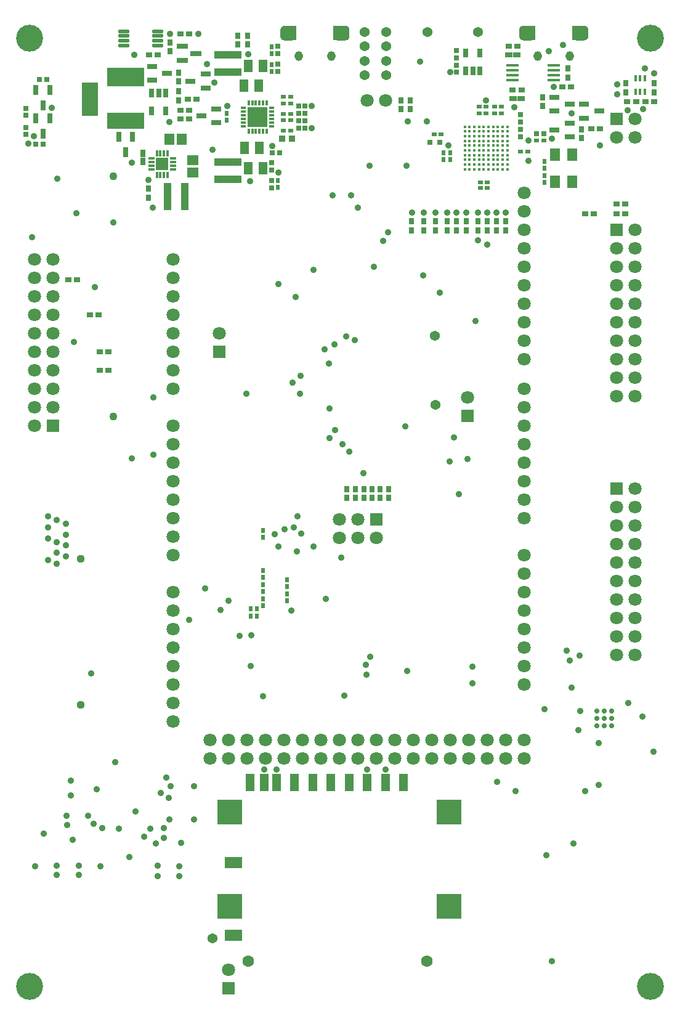
<source format=gbs>
%FSLAX43Y43*%
%MOMM*%
G71*
G01*
G75*
G04 Layer_Color=16711935*
%ADD10C,0.175*%
%ADD11C,0.175*%
%ADD12R,0.700X0.700*%
%ADD13R,1.600X1.300*%
%ADD14R,1.000X2.250*%
%ADD15R,2.800X1.400*%
%ADD16R,0.650X0.800*%
%ADD17R,0.800X0.650*%
%ADD18R,0.600X0.550*%
%ADD19R,1.092X1.600*%
%ADD20R,0.700X0.700*%
%ADD21R,0.950X1.000*%
%ADD22R,0.600X0.900*%
%ADD23R,0.762X0.762*%
%ADD24R,0.900X0.600*%
%ADD25R,0.762X0.762*%
%ADD26R,0.500X0.600*%
%ADD27R,1.600X1.092*%
%ADD28R,1.500X1.350*%
%ADD29R,1.350X1.500*%
%ADD30R,2.200X1.500*%
%ADD31R,1.500X2.400*%
%ADD32R,0.650X0.500*%
%ADD33R,0.550X0.600*%
%ADD34R,1.100X1.000*%
%ADD35R,1.100X0.600*%
%ADD36R,0.500X0.650*%
%ADD37R,1.200X1.200*%
%ADD38R,1.200X1.200*%
%ADD39R,0.400X1.350*%
%ADD40R,0.950X1.750*%
%ADD41R,2.500X4.600*%
%ADD42R,2.200X0.600*%
%ADD43R,0.300X1.700*%
%ADD44O,0.300X1.700*%
%ADD45O,1.700X0.300*%
%ADD46R,1.300X1.400*%
%ADD47R,0.850X0.300*%
%ADD48R,3.400X3.400*%
%ADD49R,0.500X0.230*%
%ADD50R,0.230X0.500*%
%ADD51C,0.320*%
%ADD52R,4.100X3.500*%
%ADD53R,0.600X1.100*%
%ADD54R,2.500X1.700*%
%ADD55R,0.350X0.675*%
%ADD56R,0.700X0.300*%
%ADD57R,1.400X1.600*%
%ADD58O,0.200X0.700*%
%ADD59O,0.700X0.200*%
%ADD60R,2.800X2.800*%
%ADD61R,1.300X1.600*%
%ADD62R,1.000X1.600*%
%ADD63R,3.000X2.500*%
%ADD64R,1.200X2.000*%
%ADD65R,2.000X4.900*%
%ADD66R,0.810X4.600*%
%ADD67R,0.610X4.600*%
%ADD68R,1.100X0.300*%
%ADD69R,3.100X2.300*%
%ADD70R,0.430X4.700*%
%ADD71R,0.430X2.540*%
%ADD72R,2.270X0.280*%
%ADD73R,3.200X1.270*%
%ADD74R,3.683X1.270*%
%ADD75R,0.740X2.790*%
%ADD76C,0.300*%
%ADD77C,0.180*%
%ADD78C,0.200*%
%ADD79C,0.165*%
%ADD80C,0.150*%
%ADD81C,0.185*%
%ADD82C,0.127*%
%ADD83R,0.300X0.900*%
%ADD84R,1.800X1.900*%
%ADD85C,1.700*%
%ADD86R,1.700X1.700*%
%ADD87C,3.600*%
G04:AMPARAMS|DCode=88|XSize=2.1mm|YSize=1.9mm|CornerRadius=0.494mm|HoleSize=0mm|Usage=FLASHONLY|Rotation=0.000|XOffset=0mm|YOffset=0mm|HoleType=Round|Shape=RoundedRectangle|*
%AMROUNDEDRECTD88*
21,1,2.100,0.912,0,0,0.0*
21,1,1.112,1.900,0,0,0.0*
1,1,0.988,0.556,-0.456*
1,1,0.988,-0.556,-0.456*
1,1,0.988,-0.556,0.456*
1,1,0.988,0.556,0.456*
%
%ADD88ROUNDEDRECTD88*%
G04:AMPARAMS|DCode=89|XSize=1.05mm|YSize=1.25mm|CornerRadius=0.525mm|HoleSize=0mm|Usage=FLASHONLY|Rotation=180.000|XOffset=0mm|YOffset=0mm|HoleType=Round|Shape=RoundedRectangle|*
%AMROUNDEDRECTD89*
21,1,1.050,0.200,0,0,180.0*
21,1,0.000,1.250,0,0,180.0*
1,1,1.050,0.000,0.100*
1,1,1.050,0.000,0.100*
1,1,1.050,0.000,-0.100*
1,1,1.050,0.000,-0.100*
%
%ADD89ROUNDEDRECTD89*%
%ADD90R,1.700X1.700*%
%ADD91C,1.500*%
%ADD92R,2.200X4.500*%
%ADD93R,5.000X2.200*%
%ADD94R,5.000X2.400*%
%ADD95C,1.020*%
%ADD96C,1.000*%
%ADD97C,0.550*%
%ADD98C,0.400*%
%ADD99C,0.700*%
%ADD100C,0.660*%
%ADD101C,1.016*%
%ADD102C,0.500*%
%ADD103C,1.600*%
%ADD104C,1.900*%
G04:AMPARAMS|DCode=105|XSize=2.524mm|YSize=2.524mm|CornerRadius=0mm|HoleSize=0mm|Usage=FLASHONLY|Rotation=0.000|XOffset=0mm|YOffset=0mm|HoleType=Round|Shape=Relief|Width=0.254mm|Gap=0.254mm|Entries=4|*
%AMTHD105*
7,0,0,2.524,2.016,0.254,45*
%
%ADD105THD105*%
%ADD106O,1.425X2.100*%
%ADD107O,1.250X1.450*%
%ADD108C,2.100*%
%ADD109C,3.600*%
%AMTHOVALD110*
21,1,1.700,2.824,0,0,270.0*
1,1,2.824,0.000,0.850*
1,1,2.824,0.000,-0.850*
21,0,1.700,2.316,0,0,270.0*
1,0,2.316,0.000,0.850*
1,0,2.316,0.000,-0.850*
4,0,4,-0.090,0.760,-1.088,1.759,-0.909,1.938,0.090,0.940,-0.090,0.760,0.0*
4,0,4,-0.090,-0.940,0.909,-1.938,1.088,-1.759,0.090,-0.760,-0.090,-0.940,0.0*
4,0,4,-0.090,0.940,0.909,1.938,1.088,1.759,0.090,0.760,-0.090,0.940,0.0*
4,0,4,-0.090,-0.760,-1.088,-1.759,-0.909,-1.938,0.090,-0.940,-0.090,-0.760,0.0*
%
%ADD110THOVALD110*%

%ADD111O,4.100X1.800*%
%AMTHOVALD112*
21,1,1.800,2.724,0,0,0.0*
1,1,2.724,-0.900,0.000*
1,1,2.724,0.900,0.000*
21,0,1.800,2.216,0,0,0.0*
1,0,2.216,-0.900,0.000*
1,0,2.216,0.900,0.000*
4,0,4,-0.810,-0.090,-1.773,-1.053,-1.953,-0.873,-0.990,0.090,-0.810,-0.090,0.0*
4,0,4,0.990,-0.090,1.953,0.873,1.773,1.053,0.810,0.090,0.990,-0.090,0.0*
4,0,4,-0.990,-0.090,-1.953,0.873,-1.773,1.053,-0.810,0.090,-0.990,-0.090,0.0*
4,0,4,0.810,-0.090,1.773,-1.053,1.953,-0.873,0.990,0.090,0.810,-0.090,0.0*
%
%ADD112THOVALD112*%

%ADD113C,1.620*%
%ADD114C,1.790*%
%ADD115C,0.850*%
%ADD116C,0.800*%
%ADD117C,0.930*%
%ADD118C,3.300*%
%ADD119O,1.900X3.600*%
%ADD120O,3.600X1.800*%
%ADD121C,0.950*%
%ADD122C,0.800*%
%ADD123C,1.270*%
%ADD124R,0.600X1.300*%
%ADD125R,1.300X0.600*%
%ADD126R,0.350X0.850*%
%ADD127R,1.700X0.350*%
%ADD128R,0.650X1.050*%
%ADD129C,0.280*%
%ADD130O,0.850X0.280*%
%ADD131O,0.280X0.850*%
%ADD132R,0.230X0.700*%
%ADD133R,0.700X0.230*%
%ADD134R,2.700X2.700*%
%ADD135O,1.524X0.381*%
%ADD136R,3.000X3.000*%
%ADD137R,0.800X2.000*%
%ADD138R,2.000X1.100*%
%ADD139R,0.980X3.700*%
%ADD140R,3.700X0.980*%
%ADD141R,1.400X0.600*%
%ADD142C,0.125*%
%ADD143R,1.507X0.242*%
%ADD144R,1.490X0.201*%
%ADD145R,0.312X0.829*%
%ADD146C,0.254*%
%ADD147C,0.250*%
%ADD148C,0.600*%
%ADD149C,1.000*%
%ADD150C,0.100*%
%ADD151C,0.112*%
%ADD152R,2.100X2.100*%
%ADD153R,2.100X2.100*%
%ADD154C,0.264*%
%ADD155R,1.750X1.750*%
%ADD156R,0.870X0.870*%
%ADD157R,1.125X1.550*%
%ADD158R,1.700X1.700*%
%ADD159R,0.000X0.000*%
%ADD160R,1.350X1.550*%
%ADD161R,1.300X1.400*%
%ADD162R,0.510X0.900*%
%ADD163R,0.850X1.950*%
%ADD164R,0.800X0.800*%
%ADD165R,1.700X1.400*%
%ADD166R,1.100X2.350*%
%ADD167R,2.900X1.500*%
%ADD168R,0.750X0.900*%
%ADD169R,0.900X0.750*%
%ADD170R,0.700X0.650*%
%ADD171R,1.192X1.700*%
%ADD172R,0.800X0.800*%
%ADD173R,1.050X1.100*%
%ADD174R,0.700X1.000*%
%ADD175R,0.862X0.862*%
%ADD176R,1.000X0.700*%
%ADD177R,0.862X0.862*%
%ADD178R,0.600X0.700*%
%ADD179R,1.700X1.192*%
%ADD180R,1.600X1.450*%
%ADD181R,1.450X1.600*%
%ADD182R,2.300X1.600*%
%ADD183R,1.600X2.500*%
%ADD184R,0.750X0.600*%
%ADD185R,0.650X0.700*%
%ADD186R,1.200X1.100*%
%ADD187R,1.200X0.700*%
%ADD188R,0.600X0.750*%
%ADD189R,1.300X1.300*%
%ADD190R,1.300X1.300*%
%ADD191R,0.500X1.450*%
%ADD192R,1.050X1.850*%
%ADD193R,2.600X4.700*%
%ADD194R,2.300X0.700*%
%ADD195R,0.400X1.800*%
%ADD196O,0.400X1.800*%
%ADD197O,1.800X0.400*%
%ADD198R,1.400X1.500*%
%ADD199R,0.950X0.400*%
%ADD200R,3.500X3.500*%
%ADD201R,0.600X0.330*%
%ADD202R,0.330X0.600*%
%ADD203C,0.470*%
%ADD204R,4.200X3.600*%
%ADD205R,0.700X1.200*%
%ADD206R,2.600X1.800*%
%ADD207R,0.450X0.775*%
%ADD208R,0.850X0.450*%
%ADD209R,1.550X1.750*%
%ADD210O,0.300X0.800*%
%ADD211O,0.800X0.300*%
%ADD212R,2.900X2.900*%
%ADD213R,1.400X1.700*%
%ADD214R,1.100X1.700*%
%ADD215R,3.100X2.600*%
%ADD216R,1.300X2.100*%
%ADD217R,2.100X5.000*%
%ADD218R,0.910X4.700*%
%ADD219R,0.710X4.700*%
%ADD220R,1.200X0.400*%
%ADD221R,3.200X2.400*%
%ADD222R,0.530X4.800*%
%ADD223R,0.530X2.640*%
%ADD224R,2.370X0.380*%
%ADD225R,3.300X1.370*%
%ADD226R,3.783X1.370*%
%ADD227R,0.840X2.890*%
%ADD228R,1.900X2.000*%
%ADD229C,1.800*%
%ADD230R,1.800X1.800*%
%ADD231C,3.700*%
%ADD232C,0.100*%
G04:AMPARAMS|DCode=233|XSize=2.2mm|YSize=2mm|CornerRadius=0.544mm|HoleSize=0mm|Usage=FLASHONLY|Rotation=0.000|XOffset=0mm|YOffset=0mm|HoleType=Round|Shape=RoundedRectangle|*
%AMROUNDEDRECTD233*
21,1,2.200,0.912,0,0,0.0*
21,1,1.112,2.000,0,0,0.0*
1,1,1.088,0.556,-0.456*
1,1,1.088,-0.556,-0.456*
1,1,1.088,-0.556,0.456*
1,1,1.088,0.556,0.456*
%
%ADD233ROUNDEDRECTD233*%
G04:AMPARAMS|DCode=234|XSize=1.15mm|YSize=1.35mm|CornerRadius=0.575mm|HoleSize=0mm|Usage=FLASHONLY|Rotation=180.000|XOffset=0mm|YOffset=0mm|HoleType=Round|Shape=RoundedRectangle|*
%AMROUNDEDRECTD234*
21,1,1.150,0.200,0,0,180.0*
21,1,0.000,1.350,0,0,180.0*
1,1,1.150,0.000,0.100*
1,1,1.150,0.000,0.100*
1,1,1.150,0.000,-0.100*
1,1,1.150,0.000,-0.100*
%
%ADD234ROUNDEDRECTD234*%
%ADD235R,1.800X1.800*%
%ADD236R,0.100X0.100*%
%ADD237R,2.300X4.600*%
%ADD238R,5.100X2.300*%
%ADD239R,5.100X2.500*%
%ADD240C,1.120*%
%ADD241C,1.100*%
%ADD242C,0.650*%
%ADD243C,0.900*%
%ADD244C,1.370*%
%ADD245R,0.700X1.400*%
%ADD246R,1.400X0.700*%
%ADD247R,0.450X0.950*%
%ADD248R,1.800X0.450*%
%ADD249R,0.750X1.150*%
%ADD250C,0.380*%
%ADD251O,0.950X0.380*%
%ADD252O,0.380X0.950*%
%ADD253R,0.330X0.800*%
%ADD254R,0.800X0.330*%
%ADD255O,1.624X0.481*%
%ADD256R,3.400X3.400*%
%ADD257R,1.200X2.400*%
%ADD258R,2.400X1.500*%
%ADD259R,1.080X3.800*%
%ADD260R,3.800X1.080*%
%ADD261R,1.500X0.700*%
G36*
X-11398Y-675D02*
X-11396Y-675D01*
X-11348Y-679D01*
X-11347Y-679D01*
X-11345Y-679D01*
X-11292Y-686D01*
X-11289Y-687D01*
X-11285Y-688D01*
X-11232Y-703D01*
X-11230Y-703D01*
X-11228Y-704D01*
X-11185Y-720D01*
X-11183Y-721D01*
X-11181Y-722D01*
X-11139Y-742D01*
X-11137Y-743D01*
X-11134Y-745D01*
X-11090Y-773D01*
X-11088Y-774D01*
X-11087Y-775D01*
X-11049Y-804D01*
X-11047Y-805D01*
X-11046Y-806D01*
X-11007Y-840D01*
X-11004Y-843D01*
X-11001Y-846D01*
X-10972Y-882D01*
X-10971Y-883D01*
X-10971Y-884D01*
X-10943Y-921D01*
X-10941Y-923D01*
X-10940Y-926D01*
X-10916Y-967D01*
X-10915Y-969D01*
X-10914Y-970D01*
X-10894Y-1012D01*
X-10893Y-1014D01*
X-10892Y-1016D01*
X-10876Y-1058D01*
X-10875Y-1061D01*
X-10874Y-1064D01*
X-10862Y-1115D01*
X-10862Y-1117D01*
X-10861Y-1119D01*
X-10854Y-1164D01*
X-10854Y-1166D01*
X-10854Y-1168D01*
X-10850Y-1221D01*
X-10850Y-1223D01*
X-10850Y-1225D01*
Y-2125D01*
X-10850Y-2127D01*
X-10850Y-2129D01*
X-10854Y-2184D01*
X-10854Y-2186D01*
X-10855Y-2189D01*
X-10863Y-2234D01*
X-10863Y-2235D01*
X-10863Y-2237D01*
X-10875Y-2287D01*
X-10876Y-2290D01*
X-10877Y-2294D01*
X-10893Y-2334D01*
X-10906Y-2366D01*
X-10908Y-2370D01*
X-10910Y-2373D01*
X-10935Y-2416D01*
X-10936Y-2418D01*
X-10937Y-2420D01*
X-10963Y-2457D01*
X-10964Y-2458D01*
X-10965Y-2460D01*
X-10996Y-2498D01*
X-10999Y-2500D01*
X-11001Y-2503D01*
X-11046Y-2544D01*
X-11048Y-2546D01*
X-11050Y-2547D01*
X-11090Y-2577D01*
X-11092Y-2578D01*
X-11093Y-2579D01*
X-11139Y-2609D01*
X-11142Y-2610D01*
X-11145Y-2612D01*
X-11198Y-2636D01*
X-11201Y-2637D01*
X-11205Y-2638D01*
X-11292Y-2664D01*
X-11297Y-2665D01*
X-11301Y-2666D01*
X-11301Y-2666D01*
X-11301Y-2666D01*
X-11301D01*
X-11395Y-2675D01*
X-11398Y-2675D01*
X-11400Y-2675D01*
X-13000D01*
X-13010Y-2674D01*
X-13019Y-2671D01*
X-13028Y-2667D01*
X-13036Y-2661D01*
X-13042Y-2653D01*
X-13046Y-2644D01*
X-13049Y-2635D01*
X-13050Y-2625D01*
Y-725D01*
X-13049Y-715D01*
X-13046Y-706D01*
X-13042Y-697D01*
X-13036Y-689D01*
X-13028Y-683D01*
X-13019Y-679D01*
X-13010Y-676D01*
X-13000Y-675D01*
X-11400D01*
X-11398Y-675D01*
D02*
G37*
G36*
X-44232D02*
X-44230Y-675D01*
X-44182Y-679D01*
X-44181Y-679D01*
X-44179Y-679D01*
X-44126Y-686D01*
X-44123Y-687D01*
X-44119Y-688D01*
X-44066Y-703D01*
X-44064Y-703D01*
X-44062Y-704D01*
X-44019Y-720D01*
X-44017Y-721D01*
X-44015Y-722D01*
X-43973Y-742D01*
X-43971Y-743D01*
X-43968Y-745D01*
X-43924Y-773D01*
X-43922Y-774D01*
X-43921Y-775D01*
X-43883Y-804D01*
X-43881Y-805D01*
X-43880Y-806D01*
X-43841Y-840D01*
X-43838Y-843D01*
X-43835Y-846D01*
X-43806Y-882D01*
X-43805Y-883D01*
X-43805Y-884D01*
X-43777Y-921D01*
X-43775Y-923D01*
X-43774Y-926D01*
X-43750Y-967D01*
X-43749Y-969D01*
X-43748Y-970D01*
X-43728Y-1012D01*
X-43727Y-1014D01*
X-43726Y-1016D01*
X-43710Y-1058D01*
X-43709Y-1061D01*
X-43708Y-1064D01*
X-43696Y-1115D01*
X-43696Y-1117D01*
X-43695Y-1119D01*
X-43688Y-1164D01*
X-43688Y-1166D01*
X-43688Y-1168D01*
X-43684Y-1221D01*
X-43684Y-1223D01*
X-43684Y-1225D01*
Y-2125D01*
X-43684Y-2127D01*
X-43684Y-2129D01*
X-43688Y-2184D01*
X-43688Y-2186D01*
X-43689Y-2189D01*
X-43697Y-2234D01*
X-43697Y-2235D01*
X-43697Y-2237D01*
X-43709Y-2287D01*
X-43710Y-2290D01*
X-43711Y-2294D01*
X-43727Y-2334D01*
X-43740Y-2366D01*
X-43742Y-2370D01*
X-43744Y-2373D01*
X-43769Y-2416D01*
X-43770Y-2418D01*
X-43771Y-2420D01*
X-43797Y-2457D01*
X-43798Y-2458D01*
X-43799Y-2460D01*
X-43830Y-2498D01*
X-43833Y-2500D01*
X-43835Y-2503D01*
X-43880Y-2544D01*
X-43882Y-2546D01*
X-43884Y-2547D01*
X-43924Y-2577D01*
X-43926Y-2578D01*
X-43927Y-2579D01*
X-43973Y-2609D01*
X-43976Y-2610D01*
X-43979Y-2612D01*
X-44032Y-2636D01*
X-44035Y-2637D01*
X-44039Y-2638D01*
X-44126Y-2664D01*
X-44131Y-2665D01*
X-44135Y-2666D01*
X-44135Y-2666D01*
X-44135Y-2666D01*
X-44135D01*
X-44229Y-2675D01*
X-44232Y-2675D01*
X-44234Y-2675D01*
X-45834D01*
X-45844Y-2674D01*
X-45853Y-2671D01*
X-45862Y-2667D01*
X-45870Y-2661D01*
X-45876Y-2653D01*
X-45880Y-2644D01*
X-45883Y-2635D01*
X-45884Y-2625D01*
Y-725D01*
X-45883Y-715D01*
X-45880Y-706D01*
X-45876Y-697D01*
X-45870Y-689D01*
X-45862Y-683D01*
X-45853Y-679D01*
X-45844Y-676D01*
X-45834Y-675D01*
X-44234D01*
X-44232Y-675D01*
D02*
G37*
G36*
X-18190Y-676D02*
X-18181Y-679D01*
X-18172Y-683D01*
X-18164Y-689D01*
X-18158Y-697D01*
X-18154Y-706D01*
X-18151Y-715D01*
X-18150Y-725D01*
Y-2625D01*
X-18151Y-2635D01*
X-18154Y-2644D01*
X-18158Y-2653D01*
X-18164Y-2661D01*
X-18172Y-2667D01*
X-18181Y-2671D01*
X-18190Y-2674D01*
X-18200Y-2675D01*
X-19800D01*
X-19802Y-2675D01*
X-19804Y-2675D01*
X-19852Y-2671D01*
X-19853Y-2671D01*
X-19855Y-2671D01*
X-19908Y-2664D01*
X-19911Y-2663D01*
X-19915Y-2662D01*
X-19968Y-2647D01*
X-19970Y-2647D01*
X-19972Y-2646D01*
X-20015Y-2630D01*
X-20017Y-2629D01*
X-20019Y-2628D01*
X-20061Y-2608D01*
X-20063Y-2607D01*
X-20066Y-2605D01*
X-20110Y-2577D01*
X-20112Y-2576D01*
X-20113Y-2575D01*
X-20151Y-2546D01*
X-20153Y-2545D01*
X-20154Y-2544D01*
X-20193Y-2510D01*
X-20196Y-2507D01*
X-20199Y-2504D01*
X-20228Y-2468D01*
X-20229Y-2467D01*
X-20229Y-2466D01*
X-20257Y-2429D01*
X-20259Y-2427D01*
X-20260Y-2424D01*
X-20284Y-2383D01*
X-20285Y-2381D01*
X-20286Y-2380D01*
X-20306Y-2338D01*
X-20307Y-2336D01*
X-20308Y-2334D01*
X-20324Y-2292D01*
X-20325Y-2289D01*
X-20326Y-2286D01*
X-20338Y-2235D01*
X-20338Y-2233D01*
X-20339Y-2231D01*
X-20346Y-2186D01*
X-20346Y-2184D01*
X-20346Y-2182D01*
X-20350Y-2129D01*
X-20350Y-2127D01*
X-20350Y-2125D01*
Y-1225D01*
X-20350Y-1223D01*
X-20350Y-1221D01*
X-20346Y-1166D01*
X-20346Y-1164D01*
X-20345Y-1161D01*
X-20337Y-1116D01*
X-20337Y-1115D01*
X-20337Y-1113D01*
X-20325Y-1063D01*
X-20324Y-1060D01*
X-20323Y-1056D01*
X-20307Y-1016D01*
X-20294Y-984D01*
X-20292Y-980D01*
X-20290Y-977D01*
X-20265Y-934D01*
X-20264Y-932D01*
X-20263Y-930D01*
X-20237Y-893D01*
X-20236Y-892D01*
X-20235Y-890D01*
X-20204Y-852D01*
X-20201Y-850D01*
X-20199Y-847D01*
X-20154Y-806D01*
X-20152Y-804D01*
X-20150Y-803D01*
X-20110Y-773D01*
X-20108Y-772D01*
X-20107Y-771D01*
X-20061Y-742D01*
X-20058Y-740D01*
X-20055Y-738D01*
X-20002Y-714D01*
X-19999Y-713D01*
X-19995Y-712D01*
X-19908Y-686D01*
X-19903Y-685D01*
X-19899Y-684D01*
X-19899Y-684D01*
X-19899Y-684D01*
X-19899D01*
X-19805Y-675D01*
X-19802Y-675D01*
X-19800Y-675D01*
X-18200D01*
X-18190Y-676D01*
D02*
G37*
G36*
X-51024D02*
X-51015Y-679D01*
X-51006Y-683D01*
X-50998Y-689D01*
X-50992Y-697D01*
X-50988Y-706D01*
X-50985Y-715D01*
X-50984Y-725D01*
Y-2625D01*
X-50985Y-2635D01*
X-50988Y-2644D01*
X-50992Y-2653D01*
X-50998Y-2661D01*
X-51006Y-2667D01*
X-51015Y-2671D01*
X-51024Y-2674D01*
X-51034Y-2675D01*
X-52634D01*
X-52636Y-2675D01*
X-52638Y-2675D01*
X-52686Y-2671D01*
X-52687Y-2671D01*
X-52689Y-2671D01*
X-52742Y-2664D01*
X-52745Y-2663D01*
X-52749Y-2662D01*
X-52802Y-2647D01*
X-52804Y-2647D01*
X-52806Y-2646D01*
X-52849Y-2630D01*
X-52851Y-2629D01*
X-52853Y-2628D01*
X-52895Y-2608D01*
X-52897Y-2607D01*
X-52900Y-2605D01*
X-52944Y-2577D01*
X-52946Y-2576D01*
X-52947Y-2575D01*
X-52985Y-2546D01*
X-52987Y-2545D01*
X-52988Y-2544D01*
X-53027Y-2510D01*
X-53030Y-2507D01*
X-53033Y-2504D01*
X-53062Y-2468D01*
X-53063Y-2467D01*
X-53063Y-2466D01*
X-53091Y-2429D01*
X-53093Y-2427D01*
X-53094Y-2424D01*
X-53118Y-2383D01*
X-53119Y-2381D01*
X-53120Y-2380D01*
X-53140Y-2338D01*
X-53141Y-2336D01*
X-53142Y-2334D01*
X-53158Y-2292D01*
X-53159Y-2289D01*
X-53160Y-2286D01*
X-53172Y-2235D01*
X-53172Y-2233D01*
X-53173Y-2231D01*
X-53180Y-2186D01*
X-53180Y-2184D01*
X-53180Y-2182D01*
X-53184Y-2129D01*
X-53184Y-2127D01*
X-53184Y-2125D01*
Y-1225D01*
X-53184Y-1223D01*
X-53184Y-1221D01*
X-53180Y-1166D01*
X-53180Y-1164D01*
X-53179Y-1161D01*
X-53171Y-1116D01*
X-53171Y-1115D01*
X-53171Y-1113D01*
X-53159Y-1063D01*
X-53158Y-1060D01*
X-53157Y-1056D01*
X-53141Y-1016D01*
X-53128Y-984D01*
X-53126Y-980D01*
X-53124Y-977D01*
X-53099Y-934D01*
X-53098Y-932D01*
X-53097Y-930D01*
X-53071Y-893D01*
X-53070Y-892D01*
X-53069Y-890D01*
X-53038Y-852D01*
X-53035Y-850D01*
X-53033Y-847D01*
X-52988Y-806D01*
X-52986Y-804D01*
X-52984Y-803D01*
X-52944Y-773D01*
X-52942Y-772D01*
X-52941Y-771D01*
X-52895Y-742D01*
X-52892Y-740D01*
X-52889Y-738D01*
X-52836Y-714D01*
X-52833Y-713D01*
X-52829Y-712D01*
X-52742Y-686D01*
X-52737Y-685D01*
X-52733Y-684D01*
X-52733Y-684D01*
X-52733Y-684D01*
X-52733D01*
X-52639Y-675D01*
X-52636Y-675D01*
X-52634Y-675D01*
X-51034D01*
X-51024Y-676D01*
D02*
G37*
D60*
X-56300Y-13200D02*
D03*
D99*
X-9675Y-95875D02*
D03*
X-7675D02*
D03*
X-9675Y-96875D02*
D03*
Y-94875D02*
D03*
X-7675Y-96875D02*
D03*
Y-94875D02*
D03*
X-8675Y-95875D02*
D03*
Y-96875D02*
D03*
Y-94875D02*
D03*
D103*
X-33028Y-129200D02*
D03*
X-57627D02*
D03*
D168*
X-27631Y-27562D02*
D03*
Y-28762D02*
D03*
X-28956Y-27562D02*
D03*
Y-28762D02*
D03*
X-35131Y-27569D02*
D03*
Y-28769D02*
D03*
X-40600Y-64350D02*
D03*
Y-65550D02*
D03*
X-44028Y-65549D02*
D03*
Y-64349D02*
D03*
X-39478Y-64349D02*
D03*
Y-65549D02*
D03*
X-41728Y-65549D02*
D03*
Y-64349D02*
D03*
X-42878Y-64349D02*
D03*
Y-65549D02*
D03*
X-38328Y-64349D02*
D03*
Y-65549D02*
D03*
X-67150Y-10900D02*
D03*
Y-9700D02*
D03*
X-68375Y-2975D02*
D03*
Y-4175D02*
D03*
X-71300Y-24275D02*
D03*
Y-23075D02*
D03*
X-35325Y-10950D02*
D03*
Y-12150D02*
D03*
X-36600Y-12150D02*
D03*
Y-10950D02*
D03*
X-33481Y-27569D02*
D03*
Y-28769D02*
D03*
X-22191Y-28762D02*
D03*
Y-27562D02*
D03*
X-23466Y-28762D02*
D03*
Y-27562D02*
D03*
X-24741Y-28762D02*
D03*
Y-27562D02*
D03*
X-26016Y-28762D02*
D03*
Y-27562D02*
D03*
X-31881Y-28769D02*
D03*
Y-27569D02*
D03*
X-17100Y-10500D02*
D03*
Y-11700D02*
D03*
X-13675Y-6575D02*
D03*
Y-7775D02*
D03*
X-11800Y-14900D02*
D03*
Y-16100D02*
D03*
X-59075Y-2050D02*
D03*
Y-3250D02*
D03*
X-1800Y-8600D02*
D03*
Y-9800D02*
D03*
X-5700Y-9800D02*
D03*
Y-8600D02*
D03*
X-57700Y-3250D02*
D03*
Y-2050D02*
D03*
X-30281Y-28762D02*
D03*
Y-27562D02*
D03*
X-67150Y-8350D02*
D03*
Y-7150D02*
D03*
D169*
X-82359Y-35560D02*
D03*
X-81159D02*
D03*
X-78050Y-45494D02*
D03*
X-76850D02*
D03*
X-78050Y-48034D02*
D03*
X-76850D02*
D03*
X-71250Y-4675D02*
D03*
X-70050D02*
D03*
X-65750Y-1775D02*
D03*
X-66950D02*
D03*
X-65900Y-10725D02*
D03*
X-64700D02*
D03*
X-21250Y-9500D02*
D03*
X-20050D02*
D03*
X-21800Y-3525D02*
D03*
X-20600D02*
D03*
X-14400Y-9075D02*
D03*
X-13200D02*
D03*
X-5800Y-25200D02*
D03*
X-7000D02*
D03*
X-5800Y-26500D02*
D03*
X-7000D02*
D03*
X-10125D02*
D03*
X-11325D02*
D03*
X-9275Y-14850D02*
D03*
X-10475D02*
D03*
X-65725Y-12300D02*
D03*
X-66925D02*
D03*
X-66925Y-13475D02*
D03*
X-65725D02*
D03*
X-79377Y-40421D02*
D03*
X-78177D02*
D03*
X-5500Y-11100D02*
D03*
X-4300D02*
D03*
X-3000D02*
D03*
X-1800D02*
D03*
D170*
X-54325Y-18100D02*
D03*
X-53325D02*
D03*
X-86325Y-8025D02*
D03*
X-85325D02*
D03*
X-86825Y-16950D02*
D03*
X-85825D02*
D03*
X-16975Y-15525D02*
D03*
X-17975D02*
D03*
D171*
X-57600Y-6175D02*
D03*
X-55568D02*
D03*
X-57600Y-20225D02*
D03*
X-55568D02*
D03*
X-58175Y-8925D02*
D03*
X-56143D02*
D03*
X-58150Y-17425D02*
D03*
X-56118D02*
D03*
D172*
X-31250Y-16700D02*
D03*
X-32650D02*
D03*
D174*
X-72125Y-18225D02*
D03*
Y-19325D02*
D03*
D176*
X-21750Y-4650D02*
D03*
X-20650D02*
D03*
X-21200Y-10675D02*
D03*
X-20100D02*
D03*
D177*
X-52973Y-16225D02*
D03*
X-51576D02*
D03*
D180*
X-65200Y-19175D02*
D03*
Y-20825D02*
D03*
D181*
X-66775Y-16300D02*
D03*
X-68425D02*
D03*
D184*
X-51800Y-13681D02*
D03*
X-52750D02*
D03*
X-51800Y-12763D02*
D03*
X-52750D02*
D03*
X-51800Y-15100D02*
D03*
X-52750D02*
D03*
X-51800Y-11344D02*
D03*
X-52750D02*
D03*
X-51800Y-10425D02*
D03*
X-52750D02*
D03*
X-24775Y-22200D02*
D03*
X-25725D02*
D03*
X-19200Y-18000D02*
D03*
X-20150D02*
D03*
X-22800Y-12700D02*
D03*
X-23750D02*
D03*
X-22800Y-11800D02*
D03*
X-23750D02*
D03*
X-25850Y-12700D02*
D03*
X-24900D02*
D03*
X-25850Y-11800D02*
D03*
X-24900D02*
D03*
X-32025Y-15600D02*
D03*
X-31075D02*
D03*
X-17000Y-16425D02*
D03*
X-17950D02*
D03*
X-24775Y-22950D02*
D03*
X-25725D02*
D03*
D185*
X-50675Y-13731D02*
D03*
Y-14731D02*
D03*
X-49775D02*
D03*
Y-13731D02*
D03*
X-50675Y-12713D02*
D03*
Y-11713D02*
D03*
X-49775D02*
D03*
Y-12713D02*
D03*
X-53525Y-5975D02*
D03*
Y-6975D02*
D03*
X-53525Y-4525D02*
D03*
Y-3525D02*
D03*
X-54400Y-21950D02*
D03*
Y-22950D02*
D03*
X-28950Y-4075D02*
D03*
Y-5075D02*
D03*
X-28950Y-6075D02*
D03*
Y-7075D02*
D03*
X-20175Y-15900D02*
D03*
Y-14900D02*
D03*
Y-12900D02*
D03*
Y-13900D02*
D03*
X-54400Y-19525D02*
D03*
Y-20525D02*
D03*
X-88175Y-14625D02*
D03*
Y-15625D02*
D03*
Y-12000D02*
D03*
Y-13000D02*
D03*
D188*
X-55547Y-78425D02*
D03*
Y-77475D02*
D03*
X-56422Y-81775D02*
D03*
Y-80825D02*
D03*
X-57272Y-81775D02*
D03*
Y-80825D02*
D03*
X-54400Y-6950D02*
D03*
Y-6000D02*
D03*
X-54400Y-4500D02*
D03*
Y-3550D02*
D03*
X-53575Y-21950D02*
D03*
Y-22900D02*
D03*
X-60550Y-13625D02*
D03*
Y-12675D02*
D03*
X-30750Y-19075D02*
D03*
Y-18125D02*
D03*
X-29875Y-19075D02*
D03*
Y-18125D02*
D03*
X-16900Y-20275D02*
D03*
Y-19325D02*
D03*
Y-21225D02*
D03*
Y-22175D02*
D03*
X-55547Y-70025D02*
D03*
Y-70975D02*
D03*
Y-76475D02*
D03*
Y-75525D02*
D03*
Y-80375D02*
D03*
Y-79425D02*
D03*
X-52297Y-77775D02*
D03*
Y-76825D02*
D03*
Y-79725D02*
D03*
Y-78775D02*
D03*
D213*
X-13100Y-22150D02*
D03*
Y-18350D02*
D03*
X-15400D02*
D03*
Y-22150D02*
D03*
D229*
X-61550Y-42960D02*
D03*
X-27442Y-51755D02*
D03*
X-4430Y-74450D02*
D03*
Y-64290D02*
D03*
Y-66830D02*
D03*
X-6970D02*
D03*
X-4430Y-69370D02*
D03*
X-6970D02*
D03*
X-4430Y-71910D02*
D03*
X-6970D02*
D03*
Y-74450D02*
D03*
Y-87150D02*
D03*
Y-84610D02*
D03*
X-4430D02*
D03*
X-6970Y-82070D02*
D03*
X-4430D02*
D03*
X-6970Y-79530D02*
D03*
X-4430D02*
D03*
Y-76990D02*
D03*
X-6970D02*
D03*
X-4430Y-87150D02*
D03*
X-19670Y-58194D02*
D03*
Y-55654D02*
D03*
Y-50574D02*
D03*
Y-53114D02*
D03*
Y-63274D02*
D03*
Y-60734D02*
D03*
Y-65814D02*
D03*
Y-68354D02*
D03*
Y-81054D02*
D03*
Y-78514D02*
D03*
Y-73434D02*
D03*
Y-75974D02*
D03*
Y-86134D02*
D03*
Y-83594D02*
D03*
Y-88674D02*
D03*
Y-91214D02*
D03*
X-67930Y-42954D02*
D03*
Y-45494D02*
D03*
Y-50574D02*
D03*
Y-48034D02*
D03*
Y-37874D02*
D03*
Y-40414D02*
D03*
Y-35334D02*
D03*
Y-32794D02*
D03*
Y-65814D02*
D03*
Y-68354D02*
D03*
Y-73434D02*
D03*
Y-70894D02*
D03*
Y-60734D02*
D03*
Y-63274D02*
D03*
Y-58194D02*
D03*
Y-55654D02*
D03*
X-39990Y-71021D02*
D03*
X-42530D02*
D03*
X-45070D02*
D03*
X-42530Y-68481D02*
D03*
X-45070D02*
D03*
X-47610Y-98834D02*
D03*
Y-101374D02*
D03*
X-45070Y-98834D02*
D03*
Y-101374D02*
D03*
X-50150Y-98834D02*
D03*
Y-101374D02*
D03*
X-52690D02*
D03*
Y-98834D02*
D03*
X-55230Y-101374D02*
D03*
Y-98834D02*
D03*
X-57770Y-101374D02*
D03*
Y-98834D02*
D03*
X-60310Y-101374D02*
D03*
Y-98834D02*
D03*
X-42530D02*
D03*
Y-101374D02*
D03*
X-39990Y-98834D02*
D03*
Y-101374D02*
D03*
X-37450Y-98834D02*
D03*
Y-101374D02*
D03*
X-34910Y-98834D02*
D03*
Y-101374D02*
D03*
X-32370D02*
D03*
Y-98834D02*
D03*
X-19670D02*
D03*
Y-101374D02*
D03*
X-22210D02*
D03*
Y-98834D02*
D03*
X-24750Y-101374D02*
D03*
Y-98834D02*
D03*
X-27290Y-101374D02*
D03*
Y-98834D02*
D03*
X-29830Y-101374D02*
D03*
Y-98834D02*
D03*
X-62850D02*
D03*
Y-101374D02*
D03*
X-41270Y-10950D02*
D03*
X-38730D02*
D03*
X-4430Y-38890D02*
D03*
Y-28730D02*
D03*
Y-31270D02*
D03*
X-6970D02*
D03*
X-4430Y-33810D02*
D03*
X-6970D02*
D03*
X-4430Y-36350D02*
D03*
X-6970D02*
D03*
Y-38890D02*
D03*
Y-51590D02*
D03*
Y-49050D02*
D03*
X-4430D02*
D03*
X-6970Y-46510D02*
D03*
X-4430D02*
D03*
X-6970Y-43970D02*
D03*
X-4430D02*
D03*
Y-41430D02*
D03*
X-6970D02*
D03*
X-4430Y-51590D02*
D03*
Y-13490D02*
D03*
Y-16030D02*
D03*
X-6970D02*
D03*
X-60350Y-130405D02*
D03*
X-84440Y-45494D02*
D03*
X-86980D02*
D03*
X-84440Y-48034D02*
D03*
X-86980D02*
D03*
X-84440Y-50574D02*
D03*
X-86980D02*
D03*
X-84440Y-53114D02*
D03*
X-86980D02*
D03*
Y-55654D02*
D03*
Y-42954D02*
D03*
Y-40414D02*
D03*
X-84440D02*
D03*
X-86980Y-37874D02*
D03*
X-84440D02*
D03*
X-86980Y-35334D02*
D03*
X-84440D02*
D03*
X-86980Y-32794D02*
D03*
X-84440D02*
D03*
Y-42954D02*
D03*
X-19670Y-23650D02*
D03*
Y-26190D02*
D03*
Y-46510D02*
D03*
Y-43970D02*
D03*
Y-38890D02*
D03*
Y-41430D02*
D03*
Y-31270D02*
D03*
Y-28730D02*
D03*
Y-33810D02*
D03*
Y-36350D02*
D03*
X-67930Y-88674D02*
D03*
Y-91214D02*
D03*
Y-96294D02*
D03*
Y-93754D02*
D03*
Y-83594D02*
D03*
Y-86134D02*
D03*
Y-81054D02*
D03*
Y-78514D02*
D03*
D230*
X-69425Y-19675D02*
D03*
X-61550Y-45500D02*
D03*
X-27442Y-54295D02*
D03*
X-6970Y-64290D02*
D03*
Y-28730D02*
D03*
Y-13490D02*
D03*
X-60350Y-132945D02*
D03*
X-84440Y-55654D02*
D03*
D231*
X-2350Y-2350D02*
D03*
Y-132650D02*
D03*
X-87650D02*
D03*
Y-2350D02*
D03*
D232*
X-67925Y-123475D02*
D03*
Y-129775D02*
D03*
X-80425Y-123525D02*
D03*
Y-129825D02*
D03*
D233*
X-44784Y-1675D02*
D03*
X-52084D02*
D03*
X-11950D02*
D03*
X-19250D02*
D03*
D234*
X-50659Y-4800D02*
D03*
X-46209D02*
D03*
X-17825D02*
D03*
X-13375D02*
D03*
D235*
X-39990Y-68481D02*
D03*
D236*
X-22425Y-129095D02*
D03*
X-9725D02*
D03*
D237*
X-79350Y-10750D02*
D03*
D238*
X-74450Y-13700D02*
D03*
D239*
Y-7700D02*
D03*
D240*
X-80670Y-94010D02*
D03*
Y-73890D02*
D03*
D241*
X-76185Y-54384D02*
D03*
Y-21364D02*
D03*
D242*
X-69925Y-19175D02*
D03*
Y-20175D02*
D03*
X-68925D02*
D03*
Y-19175D02*
D03*
D243*
X-15900Y-16225D02*
D03*
X-13125Y-12675D02*
D03*
X-15625Y-9075D02*
D03*
X-16275Y-4125D02*
D03*
X-70750Y-25675D02*
D03*
X-71300Y-21875D02*
D03*
X-84600Y-11925D02*
D03*
X-87050Y-15825D02*
D03*
X-9250Y-17125D02*
D03*
X-5450Y-12300D02*
D03*
X-3075Y-6550D02*
D03*
X-21000Y-11900D02*
D03*
X-19050Y-16425D02*
D03*
X-24900Y-10900D02*
D03*
X-29850Y-7075D02*
D03*
X-30100Y-17150D02*
D03*
X-64450Y-1775D02*
D03*
X-68475Y-13875D02*
D03*
X-73300Y-4675D02*
D03*
X-62275Y-8500D02*
D03*
X-62550Y-17750D02*
D03*
X-73625Y-19525D02*
D03*
X-63275Y-5950D02*
D03*
X-68375Y-1775D02*
D03*
X-44802Y-73779D02*
D03*
X-48618Y-34197D02*
D03*
X-53475Y-36125D02*
D03*
X-38748Y-102900D02*
D03*
X-1800Y-7250D02*
D03*
X-23400Y-104575D02*
D03*
X-46975Y-79425D02*
D03*
X-50825Y-68075D02*
D03*
X-9450Y-105025D02*
D03*
X-35675Y-13825D02*
D03*
X-33050Y-13775D02*
D03*
X-69225Y-112300D02*
D03*
X-69175Y-110925D02*
D03*
X-70300Y-113050D02*
D03*
X-1925Y-100425D02*
D03*
X-9425Y-99250D02*
D03*
X-34000Y-5600D02*
D03*
X-16585Y-114665D02*
D03*
X-12900Y-113025D02*
D03*
X-15850Y-129225D02*
D03*
X-87850Y-16875D02*
D03*
X-20850Y-105825D02*
D03*
X-12000Y-94825D02*
D03*
X-5325Y-93700D02*
D03*
X-57875Y-51225D02*
D03*
X-3425Y-95625D02*
D03*
X-26325Y-41275D02*
D03*
X-42925Y-43850D02*
D03*
X-43750Y-59200D02*
D03*
X-41752Y-62178D02*
D03*
X-46475Y-47100D02*
D03*
X-45752Y-44427D02*
D03*
X-53450Y-72275D02*
D03*
X-44125Y-43325D02*
D03*
X-70653Y-51753D02*
D03*
X-35750Y-89375D02*
D03*
X-41400Y-88525D02*
D03*
X-41375Y-89825D02*
D03*
X-40800Y-87350D02*
D03*
X-70653Y-59628D02*
D03*
X-41248Y-102900D02*
D03*
X-53678D02*
D03*
X-55377D02*
D03*
X-44400Y-92700D02*
D03*
X-12075Y-87200D02*
D03*
X-44652Y-58203D02*
D03*
X-45625Y-56250D02*
D03*
X-50475Y-51250D02*
D03*
X-79225Y-89700D02*
D03*
X-26825Y-91048D02*
D03*
X-13425Y-87925D02*
D03*
X-13800Y-86575D02*
D03*
X-48627Y-72204D02*
D03*
X-53925Y-70550D02*
D03*
X-50300Y-70475D02*
D03*
X-52600Y-69875D02*
D03*
X-51300Y-69650D02*
D03*
X-47100Y-45125D02*
D03*
X-51550Y-49750D02*
D03*
X-50427Y-48752D02*
D03*
X-50922Y-72925D02*
D03*
X-46450Y-53250D02*
D03*
X-11305Y-105850D02*
D03*
X-60525Y-11700D02*
D03*
X-60300Y-79725D02*
D03*
X-83925Y-116050D02*
D03*
X-80875Y-117350D02*
D03*
X-80900Y-116050D02*
D03*
X-69625Y-106075D02*
D03*
X-77664Y-110950D02*
D03*
X-75925Y-101850D02*
D03*
X-82025Y-104374D02*
D03*
X-75400Y-111025D02*
D03*
X-77900Y-116150D02*
D03*
X-86900D02*
D03*
X-83925Y-117350D02*
D03*
X-70050Y-116125D02*
D03*
Y-117500D02*
D03*
X-67050D02*
D03*
X-67075Y-116200D02*
D03*
X-83900Y-74600D02*
D03*
Y-73100D02*
D03*
X-82700Y-73600D02*
D03*
X-85100Y-74100D02*
D03*
X-82700Y-72100D02*
D03*
X-85100Y-71100D02*
D03*
X-83900Y-71600D02*
D03*
X-82700Y-70600D02*
D03*
X-85100Y-69600D02*
D03*
X-82700Y-69100D02*
D03*
X-83900Y-68600D02*
D03*
X-85100Y-68100D02*
D03*
X-61425Y-80925D02*
D03*
X-63550Y-78025D02*
D03*
X-87300Y-29700D02*
D03*
X-57600Y-4550D02*
D03*
X-29300Y-57225D02*
D03*
X-29925Y-60525D02*
D03*
X-27475Y-60200D02*
D03*
X-51672Y-81025D02*
D03*
X-13150Y-91625D02*
D03*
X-73975Y-114875D02*
D03*
X-48900Y-11713D02*
D03*
Y-14731D02*
D03*
X-46425Y-57300D02*
D03*
X-26825Y-88773D02*
D03*
X-26009Y-30166D02*
D03*
X-24734Y-30725D02*
D03*
X-31875Y-26375D02*
D03*
X-33475Y-26375D02*
D03*
X-30275Y-26368D02*
D03*
X-36050Y-55750D02*
D03*
X-35125Y-26375D02*
D03*
X-28950Y-26368D02*
D03*
X-27625D02*
D03*
X-22184Y-26368D02*
D03*
X-23459Y-26368D02*
D03*
X-24734D02*
D03*
X-26009Y-26368D02*
D03*
X-6850Y-8750D02*
D03*
Y-10050D02*
D03*
X-3300Y-12150D02*
D03*
X-31250Y-37375D02*
D03*
X-65725Y-82325D02*
D03*
X-39100Y-30250D02*
D03*
X-76150Y-27700D02*
D03*
X-81550Y-44100D02*
D03*
X-78661Y-36587D02*
D03*
X-73625Y-60125D02*
D03*
X-65025Y-105150D02*
D03*
Y-109750D02*
D03*
X-71950Y-112125D02*
D03*
X-68295Y-105150D02*
D03*
X-68875Y-104000D02*
D03*
X-66800Y-112925D02*
D03*
X-81725Y-112525D02*
D03*
X-68525Y-106775D02*
D03*
X-78450Y-105625D02*
D03*
X-82525Y-110525D02*
D03*
X-82550Y-109225D02*
D03*
X-55550Y-92830D02*
D03*
X-81186Y-26411D02*
D03*
X-16861Y-94586D02*
D03*
X-82025Y-106400D02*
D03*
X-19075Y-19250D02*
D03*
X-79600Y-109275D02*
D03*
X-78850Y-110375D02*
D03*
X-85675Y-111700D02*
D03*
X-14300Y-3275D02*
D03*
X-57350Y-22025D02*
D03*
X-42530Y-25675D02*
D03*
X-58800Y-84475D02*
D03*
X-57275Y-88675D02*
D03*
X-83850Y-21725D02*
D03*
X-33525Y-34950D02*
D03*
X-12225Y-97475D02*
D03*
X-68425Y-109750D02*
D03*
X-73100Y-108650D02*
D03*
X-71075Y-111000D02*
D03*
X-57175Y-84400D02*
D03*
X-53475Y-20825D02*
D03*
X-54325Y-17225D02*
D03*
X-28650Y-65000D02*
D03*
X-43500Y-23969D02*
D03*
X-46040D02*
D03*
X-40960Y-19893D02*
D03*
X-38368Y-29053D02*
D03*
X-35880Y-19893D02*
D03*
X-40299Y-33774D02*
D03*
X-51111Y-37966D02*
D03*
D244*
X-31950Y-43250D02*
D03*
X-31825Y-52750D02*
D03*
X-41600Y-1500D02*
D03*
X-38600D02*
D03*
X-41600Y-3500D02*
D03*
Y-5500D02*
D03*
X-38600D02*
D03*
X-41600Y-7500D02*
D03*
X-38600Y-3500D02*
D03*
Y-7500D02*
D03*
X-33000Y-1500D02*
D03*
X-26000D02*
D03*
X-62500Y-126100D02*
D03*
D245*
X-85825Y-11600D02*
D03*
X-84875Y-9500D02*
D03*
X-86775D02*
D03*
X-74450Y-18025D02*
D03*
X-73500Y-15925D02*
D03*
X-75400D02*
D03*
X-85825Y-15475D02*
D03*
X-84875Y-13375D02*
D03*
X-86775D02*
D03*
D246*
X-65575Y-8287D02*
D03*
X-63475Y-9237D02*
D03*
Y-7337D02*
D03*
X-68750Y-7200D02*
D03*
X-70850Y-6250D02*
D03*
Y-8150D02*
D03*
X-11450Y-13350D02*
D03*
Y-11450D02*
D03*
X-9350Y-12400D02*
D03*
X-15550Y-12400D02*
D03*
Y-10500D02*
D03*
X-13450Y-11450D02*
D03*
Y-14050D02*
D03*
Y-15950D02*
D03*
X-15550Y-15000D02*
D03*
X-61975Y-14000D02*
D03*
Y-12100D02*
D03*
X-64075Y-13050D02*
D03*
D247*
X-4375Y-7875D02*
D03*
X-3725D02*
D03*
X-3075D02*
D03*
Y-9725D02*
D03*
X-3725D02*
D03*
X-4375D02*
D03*
D248*
X-21325Y-8100D02*
D03*
Y-7450D02*
D03*
Y-6800D02*
D03*
Y-6150D02*
D03*
X-15625Y-8100D02*
D03*
Y-7450D02*
D03*
Y-6800D02*
D03*
Y-6150D02*
D03*
D249*
X-25772Y-6875D02*
D03*
X-26725D02*
D03*
X-27678D02*
D03*
Y-4425D02*
D03*
X-25772D02*
D03*
X-68967Y-9900D02*
D03*
X-69920D02*
D03*
X-70873D02*
D03*
X-68967Y-12350D02*
D03*
X-70873D02*
D03*
D250*
X-27825Y-14550D02*
D03*
X-27175D02*
D03*
X-26525D02*
D03*
X-25875D02*
D03*
X-25225D02*
D03*
X-24575D02*
D03*
X-23925D02*
D03*
X-23275D02*
D03*
X-22625D02*
D03*
X-21975D02*
D03*
X-27825Y-15200D02*
D03*
X-27175D02*
D03*
X-26525D02*
D03*
X-25875D02*
D03*
X-25225D02*
D03*
X-24575D02*
D03*
X-23925D02*
D03*
X-23275D02*
D03*
X-22625D02*
D03*
X-21975D02*
D03*
X-27825Y-15850D02*
D03*
X-27175D02*
D03*
X-26525D02*
D03*
X-25875D02*
D03*
X-25225D02*
D03*
X-24575D02*
D03*
X-23925D02*
D03*
X-23275D02*
D03*
X-22625D02*
D03*
X-27825Y-16500D02*
D03*
X-27175D02*
D03*
X-26525D02*
D03*
X-25875D02*
D03*
X-25225D02*
D03*
X-24575D02*
D03*
X-23925D02*
D03*
X-23275D02*
D03*
X-22625D02*
D03*
X-27825Y-17150D02*
D03*
X-27175D02*
D03*
X-26525D02*
D03*
X-25875D02*
D03*
X-25225D02*
D03*
X-24575D02*
D03*
X-23925D02*
D03*
X-23275D02*
D03*
X-22625D02*
D03*
X-27825Y-18450D02*
D03*
X-27175D02*
D03*
X-26525D02*
D03*
X-25875D02*
D03*
X-25225D02*
D03*
X-24575D02*
D03*
X-23925D02*
D03*
X-23275D02*
D03*
X-22625D02*
D03*
X-27825Y-19100D02*
D03*
X-27175D02*
D03*
X-26525D02*
D03*
X-25875D02*
D03*
X-25225D02*
D03*
X-24575D02*
D03*
X-23925D02*
D03*
X-23275D02*
D03*
X-22625D02*
D03*
X-27825Y-19750D02*
D03*
X-27175D02*
D03*
X-26525D02*
D03*
X-25875D02*
D03*
X-25225D02*
D03*
X-24575D02*
D03*
X-23925D02*
D03*
X-23275D02*
D03*
X-22625D02*
D03*
X-27825Y-20400D02*
D03*
X-27175D02*
D03*
X-26525D02*
D03*
X-25875D02*
D03*
X-25225D02*
D03*
X-24575D02*
D03*
X-23925D02*
D03*
X-23275D02*
D03*
X-22625D02*
D03*
X-27825Y-17800D02*
D03*
X-27175D02*
D03*
X-26525D02*
D03*
X-25875D02*
D03*
X-25225D02*
D03*
X-24575D02*
D03*
X-23925D02*
D03*
X-23275D02*
D03*
X-22625D02*
D03*
X-21975D02*
D03*
Y-15850D02*
D03*
Y-16500D02*
D03*
Y-17150D02*
D03*
Y-18450D02*
D03*
Y-19100D02*
D03*
Y-19750D02*
D03*
Y-20400D02*
D03*
D251*
X-67950Y-20425D02*
D03*
Y-19925D02*
D03*
Y-19425D02*
D03*
Y-18925D02*
D03*
X-70900D02*
D03*
Y-19425D02*
D03*
Y-19925D02*
D03*
Y-20425D02*
D03*
D252*
X-68675Y-18200D02*
D03*
X-69175D02*
D03*
X-69675D02*
D03*
X-70175D02*
D03*
Y-21150D02*
D03*
X-69675D02*
D03*
X-69175D02*
D03*
X-68675D02*
D03*
D253*
X-55050Y-15150D02*
D03*
X-55550D02*
D03*
X-56050D02*
D03*
X-56550D02*
D03*
X-57050D02*
D03*
X-57550D02*
D03*
Y-11250D02*
D03*
X-57050D02*
D03*
X-56550D02*
D03*
X-56050D02*
D03*
X-55550D02*
D03*
X-55050D02*
D03*
D254*
X-58250Y-14450D02*
D03*
Y-13950D02*
D03*
Y-13450D02*
D03*
Y-12950D02*
D03*
Y-12450D02*
D03*
Y-11950D02*
D03*
X-54350D02*
D03*
Y-12450D02*
D03*
Y-12950D02*
D03*
Y-13450D02*
D03*
Y-13950D02*
D03*
Y-14450D02*
D03*
D255*
X-70063Y-3375D02*
D03*
Y-2725D02*
D03*
Y-2075D02*
D03*
Y-1425D02*
D03*
X-74687Y-1425D02*
D03*
Y-2075D02*
D03*
Y-2725D02*
D03*
Y-3375D02*
D03*
D256*
X-29978Y-121700D02*
D03*
Y-108700D02*
D03*
X-60127D02*
D03*
Y-121700D02*
D03*
D257*
X-38748Y-104700D02*
D03*
X-41248D02*
D03*
X-43748D02*
D03*
X-46248D02*
D03*
X-48748D02*
D03*
X-51248D02*
D03*
X-53678D02*
D03*
X-55377D02*
D03*
X-36248D02*
D03*
X-57377D02*
D03*
D258*
X-59627Y-115650D02*
D03*
Y-125700D02*
D03*
D259*
X-66315Y-24125D02*
D03*
X-68685D02*
D03*
D260*
X-60425Y-21760D02*
D03*
Y-19390D02*
D03*
Y-4665D02*
D03*
Y-7035D02*
D03*
D261*
X-66700Y-3525D02*
D03*
Y-5425D02*
D03*
X-64800Y-4475D02*
D03*
M02*

</source>
